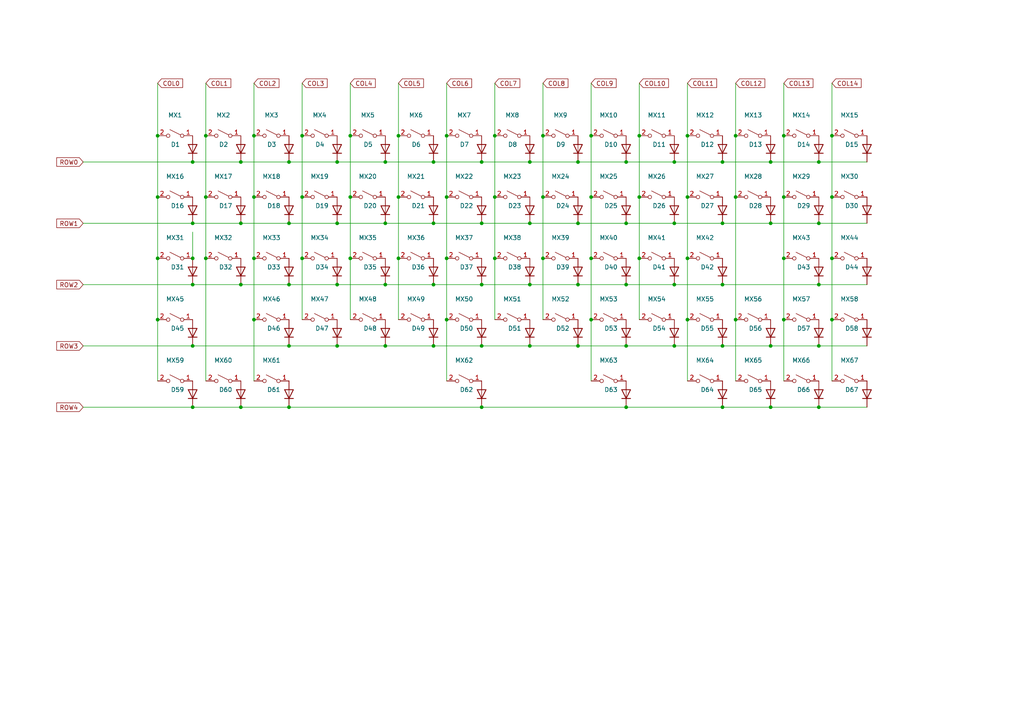
<source format=kicad_sch>
(kicad_sch (version 20211123) (generator eeschema)
  (paper "A4")
  (title_block (title "Mikeneko65") (date "2020-08-01") (rev "1") (comment 1 "Copyright © 2020 kkatano") (comment 2 "MIT License"))
  (lib_symbols
    (symbol "mikeneko65-pcb-rescue:D-Device" (pin_numbers hide) (pin_names (offset 1.016) hide)
      (property "Reference" "D" (at 0 2.54 0))
      (property "Value" "D-Device" (at 0 -2.54 0))
      (symbol "D-Device_0_1"
        (polyline (pts (xy -1.27 1.27) (xy -1.27 -1.27)) (stroke (width 0.254)))
        (polyline (pts (xy 1.27 0) (xy -1.27 0)))
        (polyline (pts (xy 1.27 1.27) (xy 1.27 -1.27) (xy -1.27 0) (xy 1.27 1.27)) (stroke (width 0.254)))
      )
      (symbol "D-Device_1_1"
        (pin passive line (at -3.81 0 0) (length 2.54) (name "K") (number "1"))
        (pin passive line (at 3.81 0 180) (length 2.54) (name "A") (number "2"))
      )
    )
    (symbol "mikeneko65-pcb-rescue:SW_SPST-Switch" (pin_names (offset 0) hide)
      (property "Reference" "SW" (at 0 3.175 0))
      (property "Value" "SW_SPST-Switch" (at 0 -2.54 0))
      (symbol "SW_SPST-Switch_0_0"
        (circle (center -2.032 0) (radius 0.508))
        (polyline (pts (xy -1.524 0.254) (xy 1.524 1.778)))
        (circle (center 2.032 0) (radius 0.508))
      )
      (symbol "SW_SPST-Switch_1_1"
        (pin passive line (at -5.08 0 0) (length 2.54) (name "A") (number "1"))
        (pin passive line (at 5.08 0 180) (length 2.54) (name "B") (number "2"))
      )
    )
  )
  (junction (at 111.76 82.55))
  (junction (at 73.66 39.37))
  (junction (at 55.88 74.93))
  (junction (at 213.36 39.37))
  (junction (at 209.55 100.33))
  (junction (at 129.54 92.71))
  (junction (at 83.82 64.77))
  (junction (at 223.52 64.77))
  (junction (at 139.7 82.55))
  (junction (at 241.3 74.93))
  (junction (at 237.49 64.77))
  (junction (at 139.7 46.99))
  (junction (at 171.45 74.93))
  (junction (at 227.33 57.15))
  (junction (at 167.64 82.55))
  (junction (at 69.85 46.99))
  (junction (at 153.67 100.33))
  (junction (at 69.85 64.77))
  (junction (at 153.67 46.99))
  (junction (at 45.72 57.15))
  (junction (at 143.51 74.93))
  (junction (at 59.69 74.93))
  (junction (at 195.58 100.33))
  (junction (at 87.63 39.37))
  (junction (at 195.58 82.55))
  (junction (at 167.64 64.77))
  (junction (at 45.72 39.37))
  (junction (at 83.82 82.55))
  (junction (at 111.76 64.77))
  (junction (at 73.66 92.71))
  (junction (at 125.73 64.77))
  (junction (at 209.55 82.55))
  (junction (at 73.66 74.93))
  (junction (at 153.67 64.77))
  (junction (at 101.6 39.37))
  (junction (at 181.61 46.99))
  (junction (at 171.45 39.37))
  (junction (at 83.82 100.33))
  (junction (at 69.85 118.11))
  (junction (at 195.58 64.77))
  (junction (at 55.88 46.99))
  (junction (at 195.58 46.99))
  (junction (at 97.79 64.77))
  (junction (at 237.49 100.33))
  (junction (at 55.88 82.55))
  (junction (at 237.49 82.55))
  (junction (at 213.36 92.71))
  (junction (at 125.73 82.55))
  (junction (at 241.3 39.37))
  (junction (at 55.88 118.11))
  (junction (at 87.63 57.15))
  (junction (at 181.61 118.11))
  (junction (at 69.85 82.55))
  (junction (at 213.36 57.15))
  (junction (at 129.54 74.93))
  (junction (at 199.39 74.93))
  (junction (at 125.73 100.33))
  (junction (at 185.42 39.37))
  (junction (at 237.49 118.11))
  (junction (at 83.82 46.99))
  (junction (at 223.52 100.33))
  (junction (at 45.72 92.71))
  (junction (at 199.39 57.15))
  (junction (at 185.42 57.15))
  (junction (at 101.6 57.15))
  (junction (at 209.55 46.99))
  (junction (at 167.64 100.33))
  (junction (at 181.61 64.77))
  (junction (at 101.6 74.93))
  (junction (at 227.33 39.37))
  (junction (at 157.48 57.15))
  (junction (at 143.51 39.37))
  (junction (at 111.76 46.99))
  (junction (at 171.45 92.71))
  (junction (at 55.88 64.77))
  (junction (at 227.33 92.71))
  (junction (at 125.73 46.99))
  (junction (at 139.7 118.11))
  (junction (at 209.55 118.11))
  (junction (at 199.39 39.37))
  (junction (at 199.39 92.71))
  (junction (at 223.52 46.99))
  (junction (at 87.63 74.93))
  (junction (at 97.79 82.55))
  (junction (at 45.72 74.93))
  (junction (at 115.57 57.15))
  (junction (at 139.7 100.33))
  (junction (at 97.79 46.99))
  (junction (at 139.7 64.77))
  (junction (at 171.45 57.15))
  (junction (at 181.61 82.55))
  (junction (at 97.79 100.33))
  (junction (at 83.82 118.11))
  (junction (at 241.3 92.71))
  (junction (at 157.48 74.93))
  (junction (at 185.42 74.93))
  (junction (at 129.54 39.37))
  (junction (at 115.57 39.37))
  (junction (at 157.48 39.37))
  (junction (at 223.52 118.11))
  (junction (at 167.64 46.99))
  (junction (at 209.55 64.77))
  (junction (at 111.76 100.33))
  (junction (at 73.66 57.15))
  (junction (at 227.33 74.93))
  (junction (at 153.67 82.55))
  (junction (at 115.57 74.93))
  (junction (at 181.61 100.33))
  (junction (at 143.51 57.15))
  (junction (at 129.54 57.15))
  (junction (at 59.69 39.37))
  (junction (at 59.69 57.15))
  (junction (at 55.88 100.33))
  (junction (at 241.3 57.15))
  (junction (at 237.49 46.99))
  (wire (pts (xy 199.39 92.71) (xy 199.39 74.93)))
  (wire (pts (xy 167.64 64.77) (xy 181.61 64.77)))
  (wire (pts (xy 195.58 46.99) (xy 181.61 46.99)))
  (wire (pts (xy 97.79 64.77) (xy 111.76 64.77)))
  (wire (pts (xy 69.85 82.55) (xy 55.88 82.55)))
  (wire (pts (xy 139.7 64.77) (xy 153.67 64.77)))
  (wire (pts (xy 143.51 74.93) (xy 143.51 57.15)))
  (wire (pts (xy 185.42 57.15) (xy 185.42 74.93)))
  (wire (pts (xy 87.63 92.71) (xy 87.63 74.93)))
  (wire (pts (xy 139.7 118.11) (xy 83.82 118.11)))
  (wire (pts (xy 209.55 64.77) (xy 223.52 64.77)))
  (wire (pts (xy 97.79 82.55) (xy 83.82 82.55)))
  (wire (pts (xy 143.51 57.15) (xy 143.51 39.37)))
  (wire (pts (xy 101.6 24.13) (xy 101.6 39.37)))
  (wire (pts (xy 59.69 57.15) (xy 59.69 39.37)))
  (wire (pts (xy 171.45 39.37) (xy 171.45 57.15)))
  (wire (pts (xy 167.64 46.99) (xy 153.67 46.99)))
  (wire (pts (xy 199.39 92.71) (xy 199.39 110.49)))
  (wire (pts (xy 181.61 64.77) (xy 195.58 64.77)))
  (wire (pts (xy 83.82 118.11) (xy 69.85 118.11)))
  (wire (pts (xy 181.61 118.11) (xy 139.7 118.11)))
  (wire (pts (xy 69.85 118.11) (xy 55.88 118.11)))
  (wire (pts (xy 209.55 46.99) (xy 195.58 46.99)))
  (wire (pts (xy 59.69 74.93) (xy 59.69 57.15)))
  (wire (pts (xy 213.36 57.15) (xy 213.36 92.71)))
  (wire (pts (xy 45.72 24.13) (xy 45.72 39.37)))
  (wire (pts (xy 115.57 92.71) (xy 115.57 74.93)))
  (wire (pts (xy 101.6 74.93) (xy 101.6 92.71)))
  (wire (pts (xy 181.61 118.11) (xy 209.55 118.11)))
  (wire (pts (xy 241.3 57.15) (xy 241.3 74.93)))
  (wire (pts (xy 171.45 57.15) (xy 171.45 74.93)))
  (wire (pts (xy 237.49 100.33) (xy 251.46 100.33)))
  (wire (pts (xy 73.66 24.13) (xy 73.66 39.37)))
  (wire (pts (xy 24.13 46.99) (xy 55.88 46.99)))
  (wire (pts (xy 83.82 100.33) (xy 97.79 100.33)))
  (wire (pts (xy 237.49 64.77) (xy 251.46 64.77)))
  (wire (pts (xy 223.52 118.11) (xy 209.55 118.11)))
  (wire (pts (xy 55.88 64.77) (xy 69.85 64.77)))
  (wire (pts (xy 101.6 57.15) (xy 101.6 74.93)))
  (wire (pts (xy 143.51 39.37) (xy 143.51 24.13)))
  (wire (pts (xy 157.48 57.15) (xy 157.48 39.37)))
  (wire (pts (xy 241.3 74.93) (xy 241.3 92.71)))
  (wire (pts (xy 111.76 46.99) (xy 97.79 46.99)))
  (wire (pts (xy 157.48 74.93) (xy 157.48 57.15)))
  (wire (pts (xy 195.58 82.55) (xy 181.61 82.55)))
  (wire (pts (xy 227.33 110.49) (xy 227.33 92.71)))
  (wire (pts (xy 129.54 92.71) (xy 129.54 110.49)))
  (wire (pts (xy 237.49 118.11) (xy 223.52 118.11)))
  (wire (pts (xy 139.7 100.33) (xy 153.67 100.33)))
  (wire (pts (xy 45.72 74.93) (xy 45.72 92.71)))
  (wire (pts (xy 223.52 100.33) (xy 237.49 100.33)))
  (wire (pts (xy 223.52 46.99) (xy 237.49 46.99)))
  (wire (pts (xy 55.88 64.77) (xy 24.13 64.77)))
  (wire (pts (xy 115.57 74.93) (xy 115.57 57.15)))
  (wire (pts (xy 223.52 46.99) (xy 209.55 46.99)))
  (wire (pts (xy 97.79 46.99) (xy 83.82 46.99)))
  (wire (pts (xy 213.36 92.71) (xy 213.36 110.49)))
  (wire (pts (xy 185.42 24.13) (xy 185.42 39.37)))
  (wire (pts (xy 87.63 74.93) (xy 87.63 57.15)))
  (wire (pts (xy 73.66 74.93) (xy 73.66 92.71)))
  (wire (pts (xy 181.61 46.99) (xy 167.64 46.99)))
  (wire (pts (xy 227.33 39.37) (xy 227.33 57.15)))
  (wire (pts (xy 125.73 46.99) (xy 111.76 46.99)))
  (wire (pts (xy 167.64 100.33) (xy 181.61 100.33)))
  (wire (pts (xy 213.36 39.37) (xy 213.36 57.15)))
  (wire (pts (xy 251.46 82.55) (xy 237.49 82.55)))
  (wire (pts (xy 209.55 82.55) (xy 195.58 82.55)))
  (wire (pts (xy 195.58 64.77) (xy 209.55 64.77)))
  (wire (pts (xy 241.3 24.13) (xy 241.3 39.37)))
  (wire (pts (xy 73.66 39.37) (xy 73.66 57.15)))
  (wire (pts (xy 185.42 39.37) (xy 185.42 57.15)))
  (wire (pts (xy 73.66 57.15) (xy 73.66 74.93)))
  (wire (pts (xy 157.48 92.71) (xy 157.48 74.93)))
  (wire (pts (xy 153.67 64.77) (xy 167.64 64.77)))
  (wire (pts (xy 87.63 39.37) (xy 87.63 24.13)))
  (wire (pts (xy 143.51 92.71) (xy 143.51 74.93)))
  (wire (pts (xy 181.61 100.33) (xy 195.58 100.33)))
  (wire (pts (xy 59.69 39.37) (xy 59.69 24.13)))
  (wire (pts (xy 153.67 100.33) (xy 167.64 100.33)))
  (wire (pts (xy 199.39 57.15) (xy 199.39 39.37)))
  (wire (pts (xy 139.7 46.99) (xy 125.73 46.99)))
  (wire (pts (xy 55.88 100.33) (xy 83.82 100.33)))
  (wire (pts (xy 181.61 82.55) (xy 167.64 82.55)))
  (wire (pts (xy 227.33 24.13) (xy 227.33 39.37)))
  (wire (pts (xy 237.49 46.99) (xy 251.46 46.99)))
  (wire (pts (xy 185.42 74.93) (xy 185.42 92.71)))
  (wire (pts (xy 69.85 46.99) (xy 55.88 46.99)))
  (wire (pts (xy 111.76 82.55) (xy 97.79 82.55)))
  (wire (pts (xy 129.54 57.15) (xy 129.54 74.93)))
  (wire (pts (xy 171.45 74.93) (xy 171.45 92.71)))
  (wire (pts (xy 129.54 24.13) (xy 129.54 39.37)))
  (wire (pts (xy 125.73 100.33) (xy 139.7 100.33)))
  (wire (pts (xy 83.82 46.99) (xy 69.85 46.99)))
  (wire (pts (xy 199.39 74.93) (xy 199.39 57.15)))
  (wire (pts (xy 157.48 39.37) (xy 157.48 24.13)))
  (wire (pts (xy 97.79 100.33) (xy 111.76 100.33)))
  (wire (pts (xy 125.73 64.77) (xy 139.7 64.77)))
  (wire (pts (xy 45.72 57.15) (xy 45.72 74.93)))
  (wire (pts (xy 45.72 92.71) (xy 45.72 110.49)))
  (wire (pts (xy 227.33 92.71) (xy 227.33 74.93)))
  (wire (pts (xy 55.88 67.31) (xy 55.88 74.93)))
  (wire (pts (xy 101.6 39.37) (xy 101.6 57.15)))
  (wire (pts (xy 153.67 82.55) (xy 139.7 82.55)))
  (wire (pts (xy 73.66 92.71) (xy 73.66 110.49)))
  (wire (pts (xy 45.72 39.37) (xy 45.72 57.15)))
  (wire (pts (xy 111.76 100.33) (xy 125.73 100.33)))
  (wire (pts (xy 167.64 82.55) (xy 153.67 82.55)))
  (wire (pts (xy 24.13 100.33) (xy 55.88 100.33)))
  (wire (pts (xy 171.45 24.13) (xy 171.45 39.37)))
  (wire (pts (xy 24.13 118.11) (xy 55.88 118.11)))
  (wire (pts (xy 213.36 24.13) (xy 213.36 39.37)))
  (wire (pts (xy 125.73 82.55) (xy 111.76 82.55)))
  (wire (pts (xy 115.57 39.37) (xy 115.57 24.13)))
  (wire (pts (xy 171.45 92.71) (xy 171.45 110.49)))
  (wire (pts (xy 227.33 74.93) (xy 227.33 57.15)))
  (wire (pts (xy 237.49 118.11) (xy 251.46 118.11)))
  (wire (pts (xy 129.54 39.37) (xy 129.54 57.15)))
  (wire (pts (xy 111.76 64.77) (xy 125.73 64.77)))
  (wire (pts (xy 199.39 39.37) (xy 199.39 24.13)))
  (wire (pts (xy 241.3 39.37) (xy 241.3 57.15)))
  (wire (pts (xy 209.55 82.55) (xy 237.49 82.55)))
  (wire (pts (xy 87.63 57.15) (xy 87.63 39.37)))
  (wire (pts (xy 209.55 100.33) (xy 223.52 100.33)))
  (wire (pts (xy 59.69 74.93) (xy 59.69 110.49)))
  (wire (pts (xy 83.82 64.77) (xy 97.79 64.77)))
  (wire (pts (xy 223.52 64.77) (xy 237.49 64.77)))
  (wire (pts (xy 129.54 74.93) (xy 129.54 92.71)))
  (wire (pts (xy 153.67 46.99) (xy 139.7 46.99)))
  (wire (pts (xy 139.7 82.55) (xy 125.73 82.55)))
  (wire (pts (xy 69.85 64.77) (xy 83.82 64.77)))
  (wire (pts (xy 83.82 82.55) (xy 69.85 82.55)))
  (wire (pts (xy 115.57 57.15) (xy 115.57 39.37)))
  (wire (pts (xy 24.13 82.55) (xy 55.88 82.55)))
  (wire (pts (xy 195.58 100.33) (xy 209.55 100.33)))
  (wire (pts (xy 241.3 92.71) (xy 241.3 110.49)))
  (global_label "COL0" (shape input) (at 45.72 24.13 0) (property "Intersheet References" "${INTERSHEET_REFS}" (effects hide)))
  (global_label "ROW4" (shape input) (at 24.13 118.11 180) (property "Intersheet References" "${INTERSHEET_REFS}" (effects hide)))
  (global_label "COL9" (shape input) (at 171.45 24.13 0) (property "Intersheet References" "${INTERSHEET_REFS}" (effects hide)))
  (global_label "COL8" (shape input) (at 157.48 24.13 0) (property "Intersheet References" "${INTERSHEET_REFS}" (effects hide)))
  (global_label "COL11" (shape input) (at 199.39 24.13 0) (property "Intersheet References" "${INTERSHEET_REFS}" (effects hide)))
  (global_label "ROW3" (shape input) (at 24.13 100.33 180) (property "Intersheet References" "${INTERSHEET_REFS}" (effects hide)))
  (global_label "COL7" (shape input) (at 143.51 24.13 0) (property "Intersheet References" "${INTERSHEET_REFS}" (effects hide)))
  (global_label "ROW2" (shape input) (at 24.13 82.55 180) (property "Intersheet References" "${INTERSHEET_REFS}" (effects hide)))
  (global_label "COL10" (shape input) (at 185.42 24.13 0) (property "Intersheet References" "${INTERSHEET_REFS}" (effects hide)))
  (global_label "COL6" (shape input) (at 129.54 24.13 0) (property "Intersheet References" "${INTERSHEET_REFS}" (effects hide)))
  (global_label "ROW1" (shape input) (at 24.13 64.77 180) (property "Intersheet References" "${INTERSHEET_REFS}" (effects hide)))
  (global_label "COL1" (shape input) (at 59.69 24.13 0) (property "Intersheet References" "${INTERSHEET_REFS}" (effects hide)))
  (global_label "COL2" (shape input) (at 73.66 24.13 0) (property "Intersheet References" "${INTERSHEET_REFS}" (effects hide)))
  (global_label "COL13" (shape input) (at 227.33 24.13 0) (property "Intersheet References" "${INTERSHEET_REFS}" (effects hide)))
  (global_label "COL14" (shape input) (at 241.3 24.13 0) (property "Intersheet References" "${INTERSHEET_REFS}" (effects hide)))
  (global_label "COL3" (shape input) (at 87.63 24.13 0) (property "Intersheet References" "${INTERSHEET_REFS}" (effects hide)))
  (global_label "COL12" (shape input) (at 213.36 24.13 0) (property "Intersheet References" "${INTERSHEET_REFS}" (effects hide)))
  (global_label "COL4" (shape input) (at 101.6 24.13 0) (property "Intersheet References" "${INTERSHEET_REFS}" (effects hide)))
  (global_label "ROW0" (shape input) (at 24.13 46.99 180) (property "Intersheet References" "${INTERSHEET_REFS}" (effects hide)))
  (global_label "COL5" (shape input) (at 115.57 24.13 0) (property "Intersheet References" "${INTERSHEET_REFS}" (effects hide)))
  (symbol (lib_id "mikeneko65-pcb-rescue:SW_SPST-Switch") (at 50.8 57.15 0) (mirror y) (unit 1)
    (property "Reference" "MX16" (at 50.8 51.181 0))
    (property "LCSC Part #" "C2803348" (effects hide))
  )
  (symbol (lib_id "mikeneko65-pcb-rescue:SW_SPST-Switch") (at 106.68 39.37 0) (mirror y) (unit 1)
    (property "Reference" "MX5" (at 106.68 33.401 0))
    (property "LCSC Part #" "C2803348" (effects hide))
  )
  (symbol (lib_id "mikeneko65-pcb-rescue:SW_SPST-Switch") (at 232.41 39.37 0) (mirror y) (unit 1)
    (property "Reference" "MX14" (at 232.41 33.401 0))
    (property "LCSC Part #" "C2803348" (effects hide))
  )
  (symbol (lib_id "mikeneko65-pcb-rescue:SW_SPST-Switch") (at 204.47 110.49 0) (mirror y) (unit 1)
    (property "Reference" "MX64" (at 204.47 104.521 0))
    (property "LCSC Part #" "C2803348" (effects hide))
  )
  (symbol (lib_id "mikeneko65-pcb-rescue:SW_SPST-Switch") (at 50.8 74.93 0) (mirror y) (unit 1)
    (property "Reference" "MX31" (at 50.8 68.961 0))
    (property "LCSC Part #" "C2803348" (effects hide))
  )
  (symbol (lib_id "mikeneko65-pcb-rescue:SW_SPST-Switch") (at 50.8 92.71 0) (mirror y) (unit 1)
    (property "Reference" "MX45" (at 50.8 86.741 0))
    (property "LCSC Part #" "C2803348" (effects hide))
  )
  (symbol (lib_id "mikeneko65-pcb-rescue:D-Device") (at 251.46 114.3 90) (unit 1)
    (property "Reference" "D67" (at 245.11 113.03 90) (effects (justify right)))
    (property "LCSC Part #" "C81598" (effects hide))
  )
  (symbol (lib_id "mikeneko65-pcb-rescue:SW_SPST-Switch") (at 246.38 110.49 0) (mirror y) (unit 1)
    (property "Reference" "MX67" (at 246.38 104.521 0))
    (property "LCSC Part #" "C2803348" (effects hide))
  )
  (symbol (lib_id "mikeneko65-pcb-rescue:D-Device") (at 237.49 114.3 90) (unit 1)
    (property "Reference" "D66" (at 231.14 113.03 90) (effects (justify right)))
    (property "LCSC Part #" "C81598" (effects hide))
  )
  (symbol (lib_id "mikeneko65-pcb-rescue:SW_SPST-Switch") (at 232.41 110.49 0) (mirror y) (unit 1)
    (property "Reference" "MX66" (at 232.41 104.521 0))
    (property "LCSC Part #" "C2803348" (effects hide))
  )
  (symbol (lib_id "mikeneko65-pcb-rescue:D-Device") (at 223.52 114.3 90) (unit 1)
    (property "Reference" "D65" (at 217.17 113.03 90) (effects (justify right)))
    (property "LCSC Part #" "C81598" (effects hide))
  )
  (symbol (lib_id "mikeneko65-pcb-rescue:SW_SPST-Switch") (at 218.44 110.49 0) (mirror y) (unit 1)
    (property "Reference" "MX65" (at 218.44 104.521 0))
    (property "LCSC Part #" "C2803348" (effects hide))
  )
  (symbol (lib_id "mikeneko65-pcb-rescue:D-Device") (at 209.55 114.3 90) (unit 1)
    (property "Reference" "D64" (at 203.2 113.03 90) (effects (justify right)))
    (property "LCSC Part #" "C81598" (effects hide))
  )
  (symbol (lib_id "mikeneko65-pcb-rescue:D-Device") (at 181.61 114.3 90) (unit 1)
    (property "Reference" "D63" (at 175.26 113.03 90) (effects (justify right)))
    (property "LCSC Part #" "C81598" (effects hide))
  )
  (symbol (lib_id "mikeneko65-pcb-rescue:SW_SPST-Switch") (at 176.53 110.49 0) (mirror y) (unit 1)
    (property "Reference" "MX63" (at 176.53 104.521 0))
    (property "LCSC Part #" "C2803348" (effects hide))
  )
  (symbol (lib_id "mikeneko65-pcb-rescue:D-Device") (at 139.7 114.3 90) (unit 1)
    (property "Reference" "D62" (at 133.35 113.03 90) (effects (justify right)))
    (property "LCSC Part #" "C81598" (effects hide))
  )
  (symbol (lib_id "mikeneko65-pcb-rescue:D-Device") (at 83.82 114.3 90) (unit 1)
    (property "Reference" "D61" (at 77.47 113.03 90) (effects (justify right)))
    (property "LCSC Part #" "C81598" (effects hide))
  )
  (symbol (lib_id "mikeneko65-pcb-rescue:D-Device") (at 69.85 114.3 90) (unit 1)
    (property "Reference" "D60" (at 63.5 113.03 90) (effects (justify right)))
    (property "LCSC Part #" "C81598" (effects hide))
  )
  (symbol (lib_id "mikeneko65-pcb-rescue:D-Device") (at 55.88 114.3 90) (unit 1)
    (property "Reference" "D59" (at 49.53 113.03 90) (effects (justify right)))
    (property "LCSC Part #" "C81598" (effects hide))
  )
  (symbol (lib_id "mikeneko65-pcb-rescue:D-Device") (at 251.46 96.52 90) (unit 1)
    (property "Reference" "D58" (at 245.11 95.25 90) (effects (justify right)))
    (property "LCSC Part #" "C81598" (effects hide))
  )
  (symbol (lib_id "mikeneko65-pcb-rescue:SW_SPST-Switch") (at 246.38 92.71 0) (mirror y) (unit 1)
    (property "Reference" "MX58" (at 246.38 86.741 0))
    (property "LCSC Part #" "C2803348" (effects hide))
  )
  (symbol (lib_id "mikeneko65-pcb-rescue:D-Device") (at 237.49 96.52 90) (unit 1)
    (property "Reference" "D57" (at 231.14 95.25 90) (effects (justify right)))
    (property "LCSC Part #" "C81598" (effects hide))
  )
  (symbol (lib_id "mikeneko65-pcb-rescue:SW_SPST-Switch") (at 232.41 92.71 0) (mirror y) (unit 1)
    (property "Reference" "MX57" (at 232.41 86.741 0))
    (property "LCSC Part #" "C2803348" (effects hide))
  )
  (symbol (lib_id "mikeneko65-pcb-rescue:D-Device") (at 223.52 96.52 90) (unit 1)
    (property "Reference" "D56" (at 217.17 95.25 90) (effects (justify right)))
    (property "LCSC Part #" "C81598" (effects hide))
  )
  (symbol (lib_id "mikeneko65-pcb-rescue:SW_SPST-Switch") (at 218.44 92.71 0) (mirror y) (unit 1)
    (property "Reference" "MX56" (at 218.44 86.741 0))
    (property "LCSC Part #" "C2803348" (effects hide))
  )
  (symbol (lib_id "mikeneko65-pcb-rescue:D-Device") (at 209.55 96.52 90) (unit 1)
    (property "Reference" "D55" (at 203.2 95.25 90) (effects (justify right)))
    (property "LCSC Part #" "C81598" (effects hide))
  )
  (symbol (lib_id "mikeneko65-pcb-rescue:SW_SPST-Switch") (at 204.47 92.71 0) (mirror y) (unit 1)
    (property "Reference" "MX55" (at 204.47 86.741 0))
    (property "LCSC Part #" "C2803348" (effects hide))
  )
  (symbol (lib_id "mikeneko65-pcb-rescue:D-Device") (at 195.58 96.52 90) (unit 1)
    (property "Reference" "D54" (at 189.23 95.25 90) (effects (justify right)))
    (property "LCSC Part #" "C81598" (effects hide))
  )
  (symbol (lib_id "mikeneko65-pcb-rescue:SW_SPST-Switch") (at 190.5 92.71 0) (mirror y) (unit 1)
    (property "Reference" "MX54" (at 190.5 86.741 0))
    (property "LCSC Part #" "C2803348" (effects hide))
  )
  (symbol (lib_id "mikeneko65-pcb-rescue:D-Device") (at 181.61 96.52 90) (unit 1)
    (property "Reference" "D53" (at 175.26 95.25 90) (effects (justify right)))
    (property "LCSC Part #" "C81598" (effects hide))
  )
  (symbol (lib_id "mikeneko65-pcb-rescue:SW_SPST-Switch") (at 176.53 92.71 0) (mirror y) (unit 1)
    (property "Reference" "MX53" (at 176.53 86.741 0))
    (property "LCSC Part #" "C2803348" (effects hide))
  )
  (symbol (lib_id "mikeneko65-pcb-rescue:D-Device") (at 167.64 96.52 90) (unit 1)
    (property "Reference" "D52" (at 161.29 95.25 90) (effects (justify right)))
    (property "LCSC Part #" "C81598" (effects hide))
  )
  (symbol (lib_id "mikeneko65-pcb-rescue:SW_SPST-Switch") (at 162.56 92.71 0) (mirror y) (unit 1)
    (property "Reference" "MX52" (at 162.56 86.741 0))
    (property "LCSC Part #" "C2803348" (effects hide))
  )
  (symbol (lib_id "mikeneko65-pcb-rescue:D-Device") (at 153.67 96.52 90) (unit 1)
    (property "Reference" "D51" (at 147.32 95.25 90) (effects (justify right)))
    (property "LCSC Part #" "C81598" (effects hide))
  )
  (symbol (lib_id "mikeneko65-pcb-rescue:SW_SPST-Switch") (at 148.59 92.71 0) (mirror y) (unit 1)
    (property "Reference" "MX51" (at 148.59 86.741 0))
    (property "LCSC Part #" "C2803348" (effects hide))
  )
  (symbol (lib_id "mikeneko65-pcb-rescue:D-Device") (at 139.7 96.52 90) (unit 1)
    (property "Reference" "D50" (at 133.35 95.25 90) (effects (justify right)))
    (property "LCSC Part #" "C81598" (effects hide))
  )
  (symbol (lib_id "mikeneko65-pcb-rescue:SW_SPST-Switch") (at 134.62 92.71 0) (mirror y) (unit 1)
    (property "Reference" "MX50" (at 134.62 86.741 0))
    (property "LCSC Part #" "C2803348" (effects hide))
  )
  (symbol (lib_id "mikeneko65-pcb-rescue:D-Device") (at 125.73 96.52 90) (unit 1)
    (property "Reference" "D49" (at 119.38 95.25 90) (effects (justify right)))
    (property "LCSC Part #" "C81598" (effects hide))
  )
  (symbol (lib_id "mikeneko65-pcb-rescue:SW_SPST-Switch") (at 120.65 92.71 0) (mirror y) (unit 1)
    (property "Reference" "MX49" (at 120.65 86.741 0))
    (property "LCSC Part #" "C2803348" (effects hide))
  )
  (symbol (lib_id "mikeneko65-pcb-rescue:D-Device") (at 111.76 96.52 90) (unit 1)
    (property "Reference" "D48" (at 105.41 95.25 90) (effects (justify right)))
    (property "LCSC Part #" "C81598" (effects hide))
  )
  (symbol (lib_id "mikeneko65-pcb-rescue:SW_SPST-Switch") (at 106.68 92.71 0) (mirror y) (unit 1)
    (property "Reference" "MX48" (at 106.68 86.741 0))
    (property "LCSC Part #" "C2803348" (effects hide))
  )
  (symbol (lib_id "mikeneko65-pcb-rescue:D-Device") (at 97.79 96.52 90) (unit 1)
    (property "Reference" "D47" (at 91.44 95.25 90) (effects (justify right)))
    (property "LCSC Part #" "C81598" (effects hide))
  )
  (symbol (lib_id "mikeneko65-pcb-rescue:SW_SPST-Switch") (at 92.71 92.71 0) (mirror y) (unit 1)
    (property "Reference" "MX47" (at 92.71 86.741 0))
    (property "LCSC Part #" "C2803348" (effects hide))
  )
  (symbol (lib_id "mikeneko65-pcb-rescue:D-Device") (at 83.82 96.52 90) (unit 1)
    (property "Reference" "D46" (at 77.47 95.25 90) (effects (justify right)))
    (property "LCSC Part #" "C81598" (effects hide))
  )
  (symbol (lib_id "mikeneko65-pcb-rescue:SW_SPST-Switch") (at 78.74 92.71 0) (mirror y) (unit 1)
    (property "Reference" "MX46" (at 78.74 86.741 0))
    (property "LCSC Part #" "C2803348" (effects hide))
  )
  (symbol (lib_id "mikeneko65-pcb-rescue:D-Device") (at 55.88 96.52 90) (unit 1)
    (property "Reference" "D45" (at 49.53 95.25 90) (effects (justify right)))
    (property "LCSC Part #" "C81598" (effects hide))
  )
  (symbol (lib_id "mikeneko65-pcb-rescue:D-Device") (at 251.46 78.74 90) (unit 1)
    (property "Reference" "D44" (at 245.11 77.47 90) (effects (justify right)))
    (property "LCSC Part #" "C81598" (effects hide))
  )
  (symbol (lib_id "mikeneko65-pcb-rescue:SW_SPST-Switch") (at 246.38 74.93 0) (mirror y) (unit 1)
    (property "Reference" "MX44" (at 246.38 68.961 0))
    (property "LCSC Part #" "C2803348" (effects hide))
  )
  (symbol (lib_id "mikeneko65-pcb-rescue:D-Device") (at 237.49 78.74 90) (unit 1)
    (property "Reference" "D43" (at 231.14 77.47 90) (effects (justify right)))
    (property "LCSC Part #" "C81598" (effects hide))
  )
  (symbol (lib_id "mikeneko65-pcb-rescue:SW_SPST-Switch") (at 232.41 74.93 0) (mirror y) (unit 1)
    (property "Reference" "MX43" (at 232.41 68.961 0))
    (property "LCSC Part #" "C2803348" (effects hide))
  )
  (symbol (lib_id "mikeneko65-pcb-rescue:D-Device") (at 209.55 78.74 90) (unit 1)
    (property "Reference" "D42" (at 203.2 77.47 90) (effects (justify right)))
    (property "LCSC Part #" "C81598" (effects hide))
  )
  (symbol (lib_id "mikeneko65-pcb-rescue:SW_SPST-Switch") (at 204.47 74.93 0) (mirror y) (unit 1)
    (property "Reference" "MX42" (at 204.47 68.961 0))
    (property "LCSC Part #" "C2803348" (effects hide))
  )
  (symbol (lib_id "mikeneko65-pcb-rescue:D-Device") (at 195.58 78.74 90) (unit 1)
    (property "Reference" "D41" (at 189.23 77.47 90) (effects (justify right)))
    (property "LCSC Part #" "C81598" (effects hide))
  )
  (symbol (lib_id "mikeneko65-pcb-rescue:SW_SPST-Switch") (at 190.5 74.93 0) (mirror y) (unit 1)
    (property "Reference" "MX41" (at 190.5 68.961 0))
    (property "LCSC Part #" "C2803348" (effects hide))
  )
  (symbol (lib_id "mikeneko65-pcb-rescue:D-Device") (at 181.61 78.74 90) (unit 1)
    (property "Reference" "D40" (at 175.26 77.47 90) (effects (justify right)))
    (property "LCSC Part #" "C81598" (effects hide))
  )
  (symbol (lib_id "mikeneko65-pcb-rescue:SW_SPST-Switch") (at 176.53 74.93 0) (mirror y) (unit 1)
    (property "Reference" "MX40" (at 176.53 68.961 0))
    (property "LCSC Part #" "C2803348" (effects hide))
  )
  (symbol (lib_id "mikeneko65-pcb-rescue:D-Device") (at 167.64 78.74 90) (unit 1)
    (property "Reference" "D39" (at 161.29 77.47 90) (effects (justify right)))
    (property "LCSC Part #" "C81598" (effects hide))
  )
  (symbol (lib_id "mikeneko65-pcb-rescue:SW_SPST-Switch") (at 162.56 74.93 0) (mirror y) (unit 1)
    (property "Reference" "MX39" (at 162.56 68.961 0))
    (property "LCSC Part #" "C2803348" (effects hide))
  )
  (symbol (lib_id "mikeneko65-pcb-rescue:D-Device") (at 153.67 78.74 90) (unit 1)
    (property "Reference" "D38" (at 147.32 77.47 90) (effects (justify right)))
    (property "LCSC Part #" "C81598" (effects hide))
  )
  (symbol (lib_id "mikeneko65-pcb-rescue:SW_SPST-Switch") (at 148.59 74.93 0) (mirror y) (unit 1)
    (property "Reference" "MX38" (at 148.59 68.961 0))
    (property "LCSC Part #" "C2803348" (effects hide))
  )
  (symbol (lib_id "mikeneko65-pcb-rescue:D-Device") (at 139.7 78.74 90) (unit 1)
    (property "Reference" "D37" (at 133.35 77.47 90) (effects (justify right)))
    (property "LCSC Part #" "C81598" (effects hide))
  )
  (symbol (lib_id "mikeneko65-pcb-rescue:SW_SPST-Switch") (at 134.62 74.93 0) (mirror y) (unit 1)
    (property "Reference" "MX37" (at 134.62 68.961 0))
    (property "LCSC Part #" "C2803348" (effects hide))
  )
  (symbol (lib_id "mikeneko65-pcb-rescue:D-Device") (at 125.73 78.74 90) (unit 1)
    (property "Reference" "D36" (at 119.38 77.47 90) (effects (justify right)))
    (property "LCSC Part #" "C81598" (effects hide))
  )
  (symbol (lib_id "mikeneko65-pcb-rescue:SW_SPST-Switch") (at 120.65 74.93 0) (mirror y) (unit 1)
    (property "Reference" "MX36" (at 120.65 68.961 0))
    (property "LCSC Part #" "C2803348" (effects hide))
  )
  (symbol (lib_id "mikeneko65-pcb-rescue:D-Device") (at 111.76 78.74 90) (unit 1)
    (property "Reference" "D35" (at 105.41 77.47 90) (effects (justify right)))
    (property "LCSC Part #" "C81598" (effects hide))
  )
  (symbol (lib_id "mikeneko65-pcb-rescue:SW_SPST-Switch") (at 106.68 74.93 0) (mirror y) (unit 1)
    (property "Reference" "MX35" (at 106.68 68.961 0))
    (property "LCSC Part #" "C2803348" (effects hide))
  )
  (symbol (lib_id "mikeneko65-pcb-rescue:D-Device") (at 97.79 78.74 90) (unit 1)
    (property "Reference" "D34" (at 91.44 77.47 90) (effects (justify right)))
    (property "LCSC Part #" "C81598" (effects hide))
  )
  (symbol (lib_id "mikeneko65-pcb-rescue:SW_SPST-Switch") (at 92.71 74.93 0) (mirror y) (unit 1)
    (property "Reference" "MX34" (at 92.71 68.961 0))
    (property "LCSC Part #" "C2803348" (effects hide))
  )
  (symbol (lib_id "mikeneko65-pcb-rescue:D-Device") (at 83.82 78.74 90) (unit 1)
    (property "Reference" "D33" (at 77.47 77.47 90) (effects (justify right)))
    (property "LCSC Part #" "C81598" (effects hide))
  )
  (symbol (lib_id "mikeneko65-pcb-rescue:SW_SPST-Switch") (at 78.74 74.93 0) (mirror y) (unit 1)
    (property "Reference" "MX33" (at 78.74 68.961 0))
    (property "LCSC Part #" "C2803348" (effects hide))
  )
  (symbol (lib_id "mikeneko65-pcb-rescue:D-Device") (at 69.85 78.74 90) (unit 1)
    (property "Reference" "D32" (at 63.5 77.47 90) (effects (justify right)))
    (property "LCSC Part #" "C81598" (effects hide))
  )
  (symbol (lib_id "mikeneko65-pcb-rescue:SW_SPST-Switch") (at 64.77 74.93 0) (mirror y) (unit 1)
    (property "Reference" "MX32" (at 64.77 68.961 0))
    (property "LCSC Part #" "C2803348" (effects hide))
  )
  (symbol (lib_id "mikeneko65-pcb-rescue:D-Device") (at 55.88 78.74 90) (unit 1)
    (property "Reference" "D31" (at 49.53 77.47 90) (effects (justify right)))
    (property "LCSC Part #" "C81598" (effects hide))
  )
  (symbol (lib_id "mikeneko65-pcb-rescue:D-Device") (at 251.46 60.96 90) (unit 1)
    (property "Reference" "D30" (at 245.11 59.69 90) (effects (justify right)))
    (property "LCSC Part #" "C81598" (effects hide))
  )
  (symbol (lib_id "mikeneko65-pcb-rescue:SW_SPST-Switch") (at 246.38 57.15 0) (mirror y) (unit 1)
    (property "Reference" "MX30" (at 246.38 51.181 0))
    (property "LCSC Part #" "C2803348" (effects hide))
  )
  (symbol (lib_id "mikeneko65-pcb-rescue:D-Device") (at 237.49 60.96 90) (unit 1)
    (property "Reference" "D29" (at 231.14 59.69 90) (effects (justify right)))
    (property "LCSC Part #" "C81598" (effects hide))
  )
  (symbol (lib_id "mikeneko65-pcb-rescue:SW_SPST-Switch") (at 232.41 57.15 0) (mirror y) (unit 1)
    (property "Reference" "MX29" (at 232.41 51.181 0))
    (property "LCSC Part #" "C2803348" (effects hide))
  )
  (symbol (lib_id "mikeneko65-pcb-rescue:D-Device") (at 223.52 60.96 90) (unit 1)
    (property "Reference" "D28" (at 217.17 59.69 90) (effects (justify right)))
    (property "LCSC Part #" "C81598" (effects hide))
  )
  (symbol (lib_id "mikeneko65-pcb-rescue:SW_SPST-Switch") (at 218.44 57.15 0) (mirror y) (unit 1)
    (property "Reference" "MX28" (at 218.44 51.181 0))
    (property "LCSC Part #" "C2803348" (effects hide))
  )
  (symbol (lib_id "mikeneko65-pcb-rescue:D-Device") (at 209.55 60.96 90) (unit 1)
    (property "Reference" "D27" (at 203.2 59.69 90) (effects (justify right)))
    (property "LCSC Part #" "C81598" (effects hide))
  )
  (symbol (lib_id "mikeneko65-pcb-rescue:SW_SPST-Switch") (at 204.47 57.15 0) (mirror y) (unit 1)
    (property "Reference" "MX27" (at 204.47 51.181 0))
    (property "LCSC Part #" "C2803348" (effects hide))
  )
  (symbol (lib_id "mikeneko65-pcb-rescue:D-Device") (at 195.58 60.96 90) (unit 1)
    (property "Reference" "D26" (at 189.23 59.69 90) (effects (justify right)))
    (property "LCSC Part #" "C81598" (effects hide))
  )
  (symbol (lib_id "mikeneko65-pcb-rescue:SW_SPST-Switch") (at 190.5 57.15 0) (mirror y) (unit 1)
    (property "Reference" "MX26" (at 190.5 51.181 0))
    (property "LCSC Part #" "C2803348" (effects hide))
  )
  (symbol (lib_id "mikeneko65-pcb-rescue:D-Device") (at 181.61 60.96 90) (unit 1)
    (property "Reference" "D25" (at 175.26 59.69 90) (effects (justify right)))
    (property "LCSC Part #" "C81598" (effects hide))
  )
  (symbol (lib_id "mikeneko65-pcb-rescue:SW_SPST-Switch") (at 176.53 57.15 0) (mirror y) (unit 1)
    (property "Reference" "MX25" (at 176.53 51.181 0))
    (property "LCSC Part #" "C2803348" (effects hide))
  )
  (symbol (lib_id "mikeneko65-pcb-rescue:D-Device") (at 167.64 60.96 90) (unit 1)
    (property "Reference" "D24" (at 161.29 59.69 90) (effects (justify right)))
    (property "LCSC Part #" "C81598" (effects hide))
  )
  (symbol (lib_id "mikeneko65-pcb-rescue:SW_SPST-Switch") (at 162.56 57.15 0) (mirror y) (unit 1)
    (property "Reference" "MX24" (at 162.56 51.181 0))
    (property "LCSC Part #" "C2803348" (effects hide))
  )
  (symbol (lib_id "mikeneko65-pcb-rescue:D-Device") (at 153.67 60.96 90) (unit 1)
    (property "Reference" "D23" (at 147.32 59.69 90) (effects (justify right)))
    (property "LCSC Part #" "C81598" (effects hide))
  )
  (symbol (lib_id "mikeneko65-pcb-rescue:SW_SPST-Switch") (at 148.59 57.15 0) (mirror y) (unit 1)
    (property "Reference" "MX23" (at 148.59 51.181 0))
    (property "LCSC Part #" "C2803348" (effects hide))
  )
  (symbol (lib_id "mikeneko65-pcb-rescue:D-Device") (at 139.7 60.96 90) (unit 1)
    (property "Reference" "D22" (at 133.35 59.69 90) (effects (justify right)))
    (property "LCSC Part #" "C81598" (effects hide))
  )
  (symbol (lib_id "mikeneko65-pcb-rescue:SW_SPST-Switch") (at 134.62 57.15 0) (mirror y) (unit 1)
    (property "Reference" "MX22" (at 134.62 51.181 0))
    (property "LCSC Part #" "C2803348" (effects hide))
  )
  (symbol (lib_id "mikeneko65-pcb-rescue:D-Device") (at 125.73 60.96 90) (unit 1)
    (property "Reference" "D21" (at 119.38 59.69 90) (effects (justify right)))
    (property "LCSC Part #" "C81598" (effects hide))
  )
  (symbol (lib_id "mikeneko65-pcb-rescue:SW_SPST-Switch") (at 120.65 57.15 0) (mirror y) (unit 1)
    (property "Reference" "MX21" (at 120.65 51.181 0))
    (property "LCSC Part #" "C2803348" (effects hide))
  )
  (symbol (lib_id "mikeneko65-pcb-rescue:D-Device") (at 111.76 60.96 90) (unit 1)
    (property "Reference" "D20" (at 105.41 59.69 90) (effects (justify right)))
    (property "LCSC Part #" "C81598" (effects hide))
  )
  (symbol (lib_id "mikeneko65-pcb-rescue:SW_SPST-Switch") (at 106.68 57.15 0) (mirror y) (unit 1)
    (property "Reference" "MX20" (at 106.68 51.181 0))
    (property "LCSC Part #" "C2803348" (effects hide))
  )
  (symbol (lib_id "mikeneko65-pcb-rescue:D-Device") (at 97.79 60.96 90) (unit 1)
    (property "Reference" "D19" (at 91.44 59.69 90) (effects (justify right)))
    (property "LCSC Part #" "C81598" (effects hide))
  )
  (symbol (lib_id "mikeneko65-pcb-rescue:SW_SPST-Switch") (at 92.71 57.15 0) (mirror y) (unit 1)
    (property "Reference" "MX19" (at 92.71 51.181 0))
    (property "LCSC Part #" "C2803348" (effects hide))
  )
  (symbol (lib_id "mikeneko65-pcb-rescue:D-Device") (at 83.82 60.96 90) (unit 1)
    (property "Reference" "D18" (at 77.47 59.69 90) (effects (justify right)))
    (property "LCSC Part #" "C81598" (effects hide))
  )
  (symbol (lib_id "mikeneko65-pcb-rescue:SW_SPST-Switch") (at 78.74 57.15 0) (mirror y) (unit 1)
    (property "Reference" "MX18" (at 78.74 51.181 0))
    (property "LCSC Part #" "C2803348" (effects hide))
  )
  (symbol (lib_id "mikeneko65-pcb-rescue:D-Device") (at 69.85 60.96 90) (unit 1)
    (property "Reference" "D17" (at 63.5 59.69 90) (effects (justify right)))
    (property "LCSC Part #" "C81598" (effects hide))
  )
  (symbol (lib_id "mikeneko65-pcb-rescue:SW_SPST-Switch") (at 64.77 57.15 0) (mirror y) (unit 1)
    (property "Reference" "MX17" (at 64.77 51.181 0))
    (property "LCSC Part #" "C2803348" (effects hide))
  )
  (symbol (lib_id "mikeneko65-pcb-rescue:D-Device") (at 55.88 60.96 90) (unit 1)
    (property "Reference" "D16" (at 49.53 59.69 90) (effects (justify right)))
    (property "LCSC Part #" "C81598" (effects hide))
  )
  (symbol (lib_id "mikeneko65-pcb-rescue:D-Device") (at 251.46 43.18 90) (unit 1)
    (property "Reference" "D15" (at 245.11 41.91 90) (effects (justify right)))
    (property "LCSC Part #" "C81598" (effects hide))
  )
  (symbol (lib_id "mikeneko65-pcb-rescue:SW_SPST-Switch") (at 246.38 39.37 0) (mirror y) (unit 1)
    (property "Reference" "MX15" (at 246.38 33.401 0))
    (property "LCSC Part #" "C2803348" (effects hide))
  )
  (symbol (lib_id "mikeneko65-pcb-rescue:D-Device") (at 237.49 43.18 90) (unit 1)
    (property "Reference" "D14" (at 231.14 41.91 90) (effects (justify right)))
    (property "LCSC Part #" "C81598" (effects hide))
  )
  (symbol (lib_id "mikeneko65-pcb-rescue:D-Device") (at 223.52 43.18 90) (unit 1)
    (property "Reference" "D13" (at 217.17 41.91 90) (effects (justify right)))
    (property "LCSC Part #" "C81598" (effects hide))
  )
  (symbol (lib_id "mikeneko65-pcb-rescue:SW_SPST-Switch") (at 218.44 39.37 0) (mirror y) (unit 1)
    (property "Reference" "MX13" (at 218.44 33.401 0))
    (property "LCSC Part #" "C2803348" (effects hide))
  )
  (symbol (lib_id "mikeneko65-pcb-rescue:D-Device") (at 209.55 43.18 90) (unit 1)
    (property "Reference" "D12" (at 203.2 41.91 90) (effects (justify right)))
    (property "LCSC Part #" "C81598" (effects hide))
  )
  (symbol (lib_id "mikeneko65-pcb-rescue:SW_SPST-Switch") (at 204.47 39.37 0) (mirror y) (unit 1)
    (property "Reference" "MX12" (at 204.47 33.401 0))
    (property "LCSC Part #" "C2803348" (effects hide))
  )
  (symbol (lib_id "mikeneko65-pcb-rescue:D-Device") (at 195.58 43.18 90) (unit 1)
    (property "Reference" "D11" (at 189.23 41.91 90) (effects (justify right)))
    (property "LCSC Part #" "C81598" (effects hide))
  )
  (symbol (lib_id "mikeneko65-pcb-rescue:SW_SPST-Switch") (at 190.5 39.37 0) (mirror y) (unit 1)
    (property "Reference" "MX11" (at 190.5 33.401 0))
    (property "LCSC Part #" "C2803348" (effects hide))
  )
  (symbol (lib_id "mikeneko65-pcb-rescue:D-Device") (at 181.61 43.18 90) (unit 1)
    (property "Reference" "D10" (at 175.26 41.91 90) (effects (justify right)))
    (property "LCSC Part #" "C81598" (effects hide))
  )
  (symbol (lib_id "mikeneko65-pcb-rescue:SW_SPST-Switch") (at 176.53 39.37 0) (mirror y) (unit 1)
    (property "Reference" "MX10" (at 176.53 33.401 0))
    (property "LCSC Part #" "C2803348" (effects hide))
  )
  (symbol (lib_id "mikeneko65-pcb-rescue:D-Device") (at 167.64 43.18 90) (unit 1)
    (property "Reference" "D9" (at 161.29 41.91 90) (effects (justify right)))
    (property "LCSC Part #" "C81598" (effects hide))
  )
  (symbol (lib_id "mikeneko65-pcb-rescue:SW_SPST-Switch") (at 162.56 39.37 0) (mirror y) (unit 1)
    (property "Reference" "MX9" (at 162.56 33.401 0))
    (property "LCSC Part #" "C2803348" (effects hide))
  )
  (symbol (lib_id "mikeneko65-pcb-rescue:D-Device") (at 153.67 43.18 90) (unit 1)
    (property "Reference" "D8" (at 147.32 41.91 90) (effects (justify right)))
    (property "LCSC Part #" "C81598" (effects hide))
  )
  (symbol (lib_id "mikeneko65-pcb-rescue:SW_SPST-Switch") (at 148.59 39.37 0) (mirror y) (unit 1)
    (property "Reference" "MX8" (at 148.59 33.401 0))
    (property "LCSC Part #" "C2803348" (effects hide))
  )
  (symbol (lib_id "mikeneko65-pcb-rescue:D-Device") (at 139.7 43.18 90) (unit 1)
    (property "Reference" "D7" (at 133.35 41.91 90) (effects (justify right)))
    (property "LCSC Part #" "C81598" (effects hide))
  )
  (symbol (lib_id "mikeneko65-pcb-rescue:SW_SPST-Switch") (at 134.62 39.37 0) (mirror y) (unit 1)
    (property "Reference" "MX7" (at 134.62 33.401 0))
    (property "LCSC Part #" "C2803348" (effects hide))
  )
  (symbol (lib_id "mikeneko65-pcb-rescue:D-Device") (at 125.73 43.18 90) (unit 1)
    (property "Reference" "D6" (at 119.38 41.91 90) (effects (justify right)))
    (property "LCSC Part #" "C81598" (effects hide))
  )
  (symbol (lib_id "mikeneko65-pcb-rescue:SW_SPST-Switch") (at 120.65 39.37 0) (mirror y) (unit 1)
    (property "Reference" "MX6" (at 120.65 33.401 0))
    (property "LCSC Part #" "C2803348" (effects hide))
  )
  (symbol (lib_id "mikeneko65-pcb-rescue:D-Device") (at 111.76 43.18 90) (unit 1)
    (property "Reference" "D5" (at 105.41 41.91 90) (effects (justify right)))
    (property "LCSC Part #" "C81598" (effects hide))
  )
  (symbol (lib_id "mikeneko65-pcb-rescue:D-Device") (at 97.79 43.18 90) (unit 1)
    (property "Reference" "D4" (at 91.44 41.91 90) (effects (justify right)))
    (property "LCSC Part #" "C81598" (effects hide))
  )
  (symbol (lib_id "mikeneko65-pcb-rescue:SW_SPST-Switch") (at 92.71 39.37 0) (mirror y) (unit 1)
    (property "Reference" "MX4" (at 92.71 33.401 0))
    (property "LCSC Part #" "C2803348" (effects hide))
  )
  (symbol (lib_id "mikeneko65-pcb-rescue:D-Device") (at 83.82 43.18 90) (unit 1)
    (property "Reference" "D3" (at 77.47 41.91 90) (effects (justify right)))
    (property "LCSC Part #" "C81598" (effects hide))
  )
  (symbol (lib_id "mikeneko65-pcb-rescue:SW_SPST-Switch") (at 78.74 39.37 0) (mirror y) (unit 1)
    (property "Reference" "MX3" (at 78.74 33.401 0))
    (property "LCSC Part #" "C2803348" (effects hide))
  )
  (symbol (lib_id "mikeneko65-pcb-rescue:D-Device") (at 69.85 43.18 90) (unit 1)
    (property "Reference" "D2" (at 63.5 41.91 90) (effects (justify right)))
    (property "LCSC Part #" "C81598" (effects hide))
  )
  (symbol (lib_id "mikeneko65-pcb-rescue:SW_SPST-Switch") (at 64.77 39.37 0) (mirror y) (unit 1)
    (property "Reference" "MX2" (at 64.77 33.401 0))
    (property "LCSC Part #" "C2803348" (effects hide))
  )
  (symbol (lib_id "mikeneko65-pcb-rescue:D-Device") (at 55.88 43.18 90) (unit 1)
    (property "Reference" "D1" (at 49.53 41.91 90) (effects (justify right)))
    (property "LCSC Part #" "C81598" (effects hide))
  )
  (symbol (lib_id "mikeneko65-pcb-rescue:SW_SPST-Switch") (at 50.8 39.37 0) (mirror y) (unit 1)
    (property "Reference" "MX1" (at 50.8 33.401 0))
    (property "LCSC Part #" "C2803348" (effects hide))
  )
  (symbol (lib_id "mikeneko65-pcb-rescue:SW_SPST-Switch") (at 134.62 110.49 0) (mirror y) (unit 1)
    (property "Reference" "MX62" (at 134.62 104.521 0))
    (property "LCSC Part #" "C2803348" (effects hide))
  )
  (symbol (lib_id "mikeneko65-pcb-rescue:SW_SPST-Switch") (at 50.8 110.49 0) (mirror y) (unit 1)
    (property "Reference" "MX59" (at 50.8 104.521 0))
    (property "LCSC Part #" "C2803348" (effects hide))
  )
  (symbol (lib_id "mikeneko65-pcb-rescue:SW_SPST-Switch") (at 78.74 110.49 0) (mirror y) (unit 1)
    (property "Reference" "MX61" (at 78.74 104.521 0))
    (property "LCSC Part #" "C2803348" (effects hide))
  )
  (symbol (lib_id "mikeneko65-pcb-rescue:SW_SPST-Switch") (at 64.77 110.49 0) (mirror y) (unit 1)
    (property "Reference" "MX60" (at 64.77 104.521 0))
    (property "LCSC Part #" "C2803348" (effects hide))
  )
)
</source>
